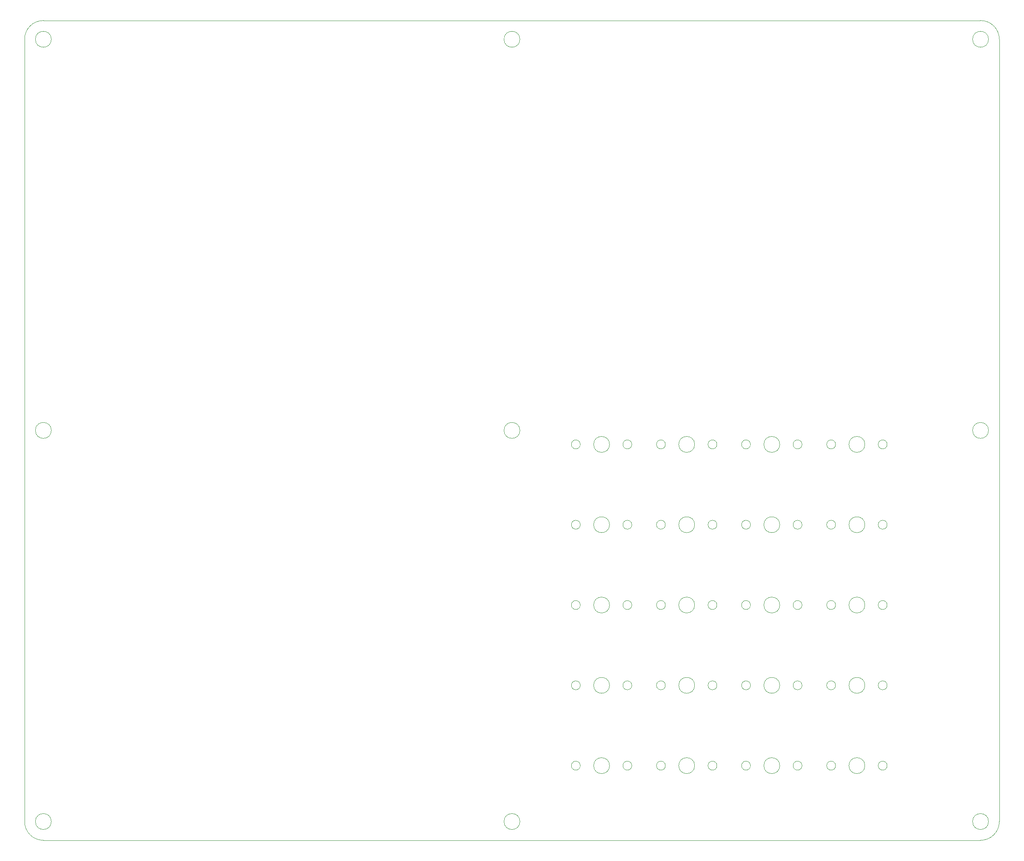
<source format=gm1>
%TF.GenerationSoftware,KiCad,Pcbnew,7.0.5*%
%TF.CreationDate,2023-06-05T16:52:15+12:00*%
%TF.ProjectId,Alius_6502,416c6975-735f-4363-9530-322e6b696361,rev?*%
%TF.SameCoordinates,Original*%
%TF.FileFunction,Profile,NP*%
%FSLAX46Y46*%
G04 Gerber Fmt 4.6, Leading zero omitted, Abs format (unit mm)*
G04 Created by KiCad (PCBNEW 7.0.5) date 2023-06-05 16:52:15*
%MOMM*%
%LPD*%
G01*
G04 APERTURE LIST*
%TA.AperFunction,Profile*%
%ADD10C,0.100000*%
%TD*%
%TA.AperFunction,Profile*%
%ADD11C,0.120000*%
%TD*%
G04 APERTURE END LIST*
D10*
X25700000Y-107500000D02*
G75*
G03*
X25700000Y-107500000I-1700000J0D01*
G01*
X25700000Y-24000000D02*
G75*
G03*
X25700000Y-24000000I-1700000J0D01*
G01*
X228000000Y-191000000D02*
X228000000Y-24000000D01*
X225700000Y-24000000D02*
G75*
G03*
X225700000Y-24000000I-1700000J0D01*
G01*
X20000001Y-191000000D02*
G75*
G03*
X24000000Y-194999999I3979299J-20700D01*
G01*
X125700000Y-191000000D02*
G75*
G03*
X125700000Y-191000000I-1700000J0D01*
G01*
X227999999Y-24000000D02*
G75*
G03*
X224000000Y-20000001I-3979299J20700D01*
G01*
X20000000Y-191000000D02*
X20000000Y-24000000D01*
X25700000Y-191000000D02*
G75*
G03*
X25700000Y-191000000I-1700000J0D01*
G01*
X125700000Y-24000000D02*
G75*
G03*
X125700000Y-24000000I-1700000J0D01*
G01*
X225700000Y-191000000D02*
G75*
G03*
X225700000Y-191000000I-1700000J0D01*
G01*
X24000000Y-20000001D02*
G75*
G03*
X20000001Y-24000000I-20700J-3979299D01*
G01*
X225700000Y-107500000D02*
G75*
G03*
X225700000Y-107500000I-1700000J0D01*
G01*
X24000000Y-195000000D02*
X224000000Y-195000000D01*
X224000000Y-194999999D02*
G75*
G03*
X227999999Y-191000000I20700J3979299D01*
G01*
X224000000Y-20000000D02*
X24000000Y-20000000D01*
X125700000Y-107500000D02*
G75*
G03*
X125700000Y-107500000I-1700000J0D01*
G01*
D11*
%TO.C,SW_C1*%
X138579000Y-110490000D02*
G75*
G03*
X138579000Y-110490000I-950000J0D01*
G01*
X144829000Y-110490000D02*
G75*
G03*
X144829000Y-110490000I-1700000J0D01*
G01*
X149579000Y-110490000D02*
G75*
G03*
X149579000Y-110490000I-950000J0D01*
G01*
%TO.C,SW_4*%
X138579000Y-144780000D02*
G75*
G03*
X138579000Y-144780000I-950000J0D01*
G01*
X144829000Y-144780000D02*
G75*
G03*
X144829000Y-144780000I-1700000J0D01*
G01*
X149579000Y-144780000D02*
G75*
G03*
X149579000Y-144780000I-950000J0D01*
G01*
%TO.C,SW_A1*%
X174901000Y-127635000D02*
G75*
G03*
X174901000Y-127635000I-950000J0D01*
G01*
X181151000Y-127635000D02*
G75*
G03*
X181151000Y-127635000I-1700000J0D01*
G01*
X185901000Y-127635000D02*
G75*
G03*
X185901000Y-127635000I-950000J0D01*
G01*
%TO.C,SW_E1*%
X174901000Y-110490000D02*
G75*
G03*
X174901000Y-110490000I-950000J0D01*
G01*
X181151000Y-110490000D02*
G75*
G03*
X181151000Y-110490000I-1700000J0D01*
G01*
X185901000Y-110490000D02*
G75*
G03*
X185901000Y-110490000I-950000J0D01*
G01*
%TO.C,SW_ENT1*%
X193062000Y-179070000D02*
G75*
G03*
X193062000Y-179070000I-950000J0D01*
G01*
X199312000Y-179070000D02*
G75*
G03*
X199312000Y-179070000I-1700000J0D01*
G01*
X204062000Y-179070000D02*
G75*
G03*
X204062000Y-179070000I-950000J0D01*
G01*
%TO.C,SW_6*%
X174901000Y-144780000D02*
G75*
G03*
X174901000Y-144780000I-950000J0D01*
G01*
X181151000Y-144780000D02*
G75*
G03*
X181151000Y-144780000I-1700000J0D01*
G01*
X185901000Y-144780000D02*
G75*
G03*
X185901000Y-144780000I-950000J0D01*
G01*
%TO.C,SW_2*%
X174901000Y-161925000D02*
G75*
G03*
X174901000Y-161925000I-950000J0D01*
G01*
X181151000Y-161925000D02*
G75*
G03*
X181151000Y-161925000I-1700000J0D01*
G01*
X185901000Y-161925000D02*
G75*
G03*
X185901000Y-161925000I-950000J0D01*
G01*
%TO.C,SW_8*%
X138579000Y-127635000D02*
G75*
G03*
X138579000Y-127635000I-950000J0D01*
G01*
X144829000Y-127635000D02*
G75*
G03*
X144829000Y-127635000I-1700000J0D01*
G01*
X149579000Y-127635000D02*
G75*
G03*
X149579000Y-127635000I-950000J0D01*
G01*
%TO.C,SW_5*%
X156740000Y-144780000D02*
G75*
G03*
X156740000Y-144780000I-950000J0D01*
G01*
X162990000Y-144780000D02*
G75*
G03*
X162990000Y-144780000I-1700000J0D01*
G01*
X167740000Y-144780000D02*
G75*
G03*
X167740000Y-144780000I-950000J0D01*
G01*
%TO.C,SW_1*%
X156740000Y-161925000D02*
G75*
G03*
X156740000Y-161925000I-950000J0D01*
G01*
X162990000Y-161925000D02*
G75*
G03*
X162990000Y-161925000I-1700000J0D01*
G01*
X167740000Y-161925000D02*
G75*
G03*
X167740000Y-161925000I-950000J0D01*
G01*
%TO.C,SW_W1*%
X156740000Y-179070000D02*
G75*
G03*
X156740000Y-179070000I-950000J0D01*
G01*
X162990000Y-179070000D02*
G75*
G03*
X162990000Y-179070000I-1700000J0D01*
G01*
X167740000Y-179070000D02*
G75*
G03*
X167740000Y-179070000I-950000J0D01*
G01*
%TO.C,SW_9*%
X156740000Y-127635000D02*
G75*
G03*
X156740000Y-127635000I-950000J0D01*
G01*
X162990000Y-127635000D02*
G75*
G03*
X162990000Y-127635000I-1700000J0D01*
G01*
X167740000Y-127635000D02*
G75*
G03*
X167740000Y-127635000I-950000J0D01*
G01*
%TO.C,SW_R1*%
X138579000Y-179070000D02*
G75*
G03*
X138579000Y-179070000I-950000J0D01*
G01*
X144829000Y-179070000D02*
G75*
G03*
X144829000Y-179070000I-1700000J0D01*
G01*
X149579000Y-179070000D02*
G75*
G03*
X149579000Y-179070000I-950000J0D01*
G01*
%TO.C,SW_F1*%
X193062000Y-110490000D02*
G75*
G03*
X193062000Y-110490000I-950000J0D01*
G01*
X199312000Y-110490000D02*
G75*
G03*
X199312000Y-110490000I-1700000J0D01*
G01*
X204062000Y-110490000D02*
G75*
G03*
X204062000Y-110490000I-950000J0D01*
G01*
%TO.C,SW_7*%
X193062000Y-144780000D02*
G75*
G03*
X193062000Y-144780000I-950000J0D01*
G01*
X199312000Y-144780000D02*
G75*
G03*
X199312000Y-144780000I-1700000J0D01*
G01*
X204062000Y-144780000D02*
G75*
G03*
X204062000Y-144780000I-950000J0D01*
G01*
%TO.C,SW_B1*%
X193062000Y-127635000D02*
G75*
G03*
X193062000Y-127635000I-950000J0D01*
G01*
X199312000Y-127635000D02*
G75*
G03*
X199312000Y-127635000I-1700000J0D01*
G01*
X204062000Y-127635000D02*
G75*
G03*
X204062000Y-127635000I-950000J0D01*
G01*
%TO.C,SW_3*%
X193062000Y-161925000D02*
G75*
G03*
X193062000Y-161925000I-950000J0D01*
G01*
X199312000Y-161925000D02*
G75*
G03*
X199312000Y-161925000I-1700000J0D01*
G01*
X204062000Y-161925000D02*
G75*
G03*
X204062000Y-161925000I-950000J0D01*
G01*
%TO.C,SW_0*%
X138579000Y-161925000D02*
G75*
G03*
X138579000Y-161925000I-950000J0D01*
G01*
X144829000Y-161925000D02*
G75*
G03*
X144829000Y-161925000I-1700000J0D01*
G01*
X149579000Y-161925000D02*
G75*
G03*
X149579000Y-161925000I-950000J0D01*
G01*
%TO.C,SW_X1*%
X174901000Y-179070000D02*
G75*
G03*
X174901000Y-179070000I-950000J0D01*
G01*
X181151000Y-179070000D02*
G75*
G03*
X181151000Y-179070000I-1700000J0D01*
G01*
X185901000Y-179070000D02*
G75*
G03*
X185901000Y-179070000I-950000J0D01*
G01*
%TO.C,SW_D1*%
X156740000Y-110490000D02*
G75*
G03*
X156740000Y-110490000I-950000J0D01*
G01*
X162990000Y-110490000D02*
G75*
G03*
X162990000Y-110490000I-1700000J0D01*
G01*
X167740000Y-110490000D02*
G75*
G03*
X167740000Y-110490000I-950000J0D01*
G01*
%TD*%
M02*

</source>
